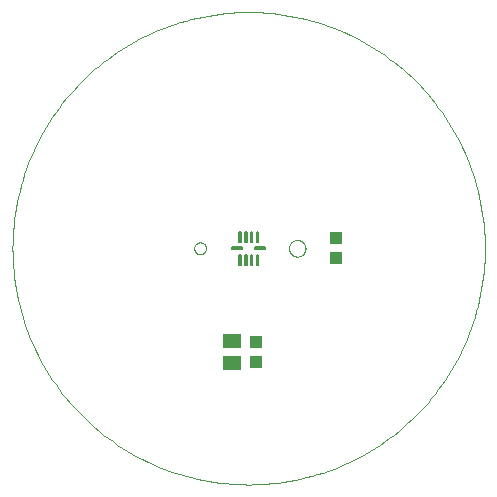
<source format=gtp>
G75*
%MOIN*%
%OFA0B0*%
%FSLAX25Y25*%
%IPPOS*%
%LPD*%
%AMOC8*
5,1,8,0,0,1.08239X$1,22.5*
%
%ADD10C,0.00394*%
%ADD11C,0.00000*%
%ADD12C,0.00591*%
%ADD13R,0.05906X0.05118*%
%ADD14R,0.03937X0.04331*%
%ADD15R,0.04331X0.03937*%
D10*
X0001394Y0080134D02*
X0001418Y0082066D01*
X0001489Y0083998D01*
X0001607Y0085926D01*
X0001773Y0087852D01*
X0001986Y0089773D01*
X0002246Y0091688D01*
X0002553Y0093596D01*
X0002907Y0095495D01*
X0003307Y0097386D01*
X0003754Y0099266D01*
X0004246Y0101135D01*
X0004785Y0102991D01*
X0005368Y0104833D01*
X0005997Y0106661D01*
X0006670Y0108472D01*
X0007388Y0110266D01*
X0008149Y0112043D01*
X0008954Y0113800D01*
X0009802Y0115536D01*
X0010692Y0117252D01*
X0011623Y0118945D01*
X0012596Y0120614D01*
X0013610Y0122260D01*
X0014664Y0123880D01*
X0015757Y0125473D01*
X0016889Y0127039D01*
X0018060Y0128577D01*
X0019267Y0130086D01*
X0020511Y0131565D01*
X0021792Y0133013D01*
X0023107Y0134428D01*
X0024456Y0135812D01*
X0025840Y0137161D01*
X0027255Y0138476D01*
X0028703Y0139757D01*
X0030182Y0141001D01*
X0031691Y0142208D01*
X0033229Y0143379D01*
X0034795Y0144511D01*
X0036388Y0145604D01*
X0038008Y0146658D01*
X0039654Y0147672D01*
X0041323Y0148645D01*
X0043016Y0149576D01*
X0044732Y0150466D01*
X0046468Y0151314D01*
X0048225Y0152119D01*
X0050002Y0152880D01*
X0051796Y0153598D01*
X0053607Y0154271D01*
X0055435Y0154900D01*
X0057277Y0155483D01*
X0059133Y0156022D01*
X0061002Y0156514D01*
X0062882Y0156961D01*
X0064773Y0157361D01*
X0066672Y0157715D01*
X0068580Y0158022D01*
X0070495Y0158282D01*
X0072416Y0158495D01*
X0074342Y0158661D01*
X0076270Y0158779D01*
X0078202Y0158850D01*
X0080134Y0158874D01*
X0082066Y0158850D01*
X0083998Y0158779D01*
X0085926Y0158661D01*
X0087852Y0158495D01*
X0089773Y0158282D01*
X0091688Y0158022D01*
X0093596Y0157715D01*
X0095495Y0157361D01*
X0097386Y0156961D01*
X0099266Y0156514D01*
X0101135Y0156022D01*
X0102991Y0155483D01*
X0104833Y0154900D01*
X0106661Y0154271D01*
X0108472Y0153598D01*
X0110266Y0152880D01*
X0112043Y0152119D01*
X0113800Y0151314D01*
X0115536Y0150466D01*
X0117252Y0149576D01*
X0118945Y0148645D01*
X0120614Y0147672D01*
X0122260Y0146658D01*
X0123880Y0145604D01*
X0125473Y0144511D01*
X0127039Y0143379D01*
X0128577Y0142208D01*
X0130086Y0141001D01*
X0131565Y0139757D01*
X0133013Y0138476D01*
X0134428Y0137161D01*
X0135812Y0135812D01*
X0137161Y0134428D01*
X0138476Y0133013D01*
X0139757Y0131565D01*
X0141001Y0130086D01*
X0142208Y0128577D01*
X0143379Y0127039D01*
X0144511Y0125473D01*
X0145604Y0123880D01*
X0146658Y0122260D01*
X0147672Y0120614D01*
X0148645Y0118945D01*
X0149576Y0117252D01*
X0150466Y0115536D01*
X0151314Y0113800D01*
X0152119Y0112043D01*
X0152880Y0110266D01*
X0153598Y0108472D01*
X0154271Y0106661D01*
X0154900Y0104833D01*
X0155483Y0102991D01*
X0156022Y0101135D01*
X0156514Y0099266D01*
X0156961Y0097386D01*
X0157361Y0095495D01*
X0157715Y0093596D01*
X0158022Y0091688D01*
X0158282Y0089773D01*
X0158495Y0087852D01*
X0158661Y0085926D01*
X0158779Y0083998D01*
X0158850Y0082066D01*
X0158874Y0080134D01*
X0158850Y0078202D01*
X0158779Y0076270D01*
X0158661Y0074342D01*
X0158495Y0072416D01*
X0158282Y0070495D01*
X0158022Y0068580D01*
X0157715Y0066672D01*
X0157361Y0064773D01*
X0156961Y0062882D01*
X0156514Y0061002D01*
X0156022Y0059133D01*
X0155483Y0057277D01*
X0154900Y0055435D01*
X0154271Y0053607D01*
X0153598Y0051796D01*
X0152880Y0050002D01*
X0152119Y0048225D01*
X0151314Y0046468D01*
X0150466Y0044732D01*
X0149576Y0043016D01*
X0148645Y0041323D01*
X0147672Y0039654D01*
X0146658Y0038008D01*
X0145604Y0036388D01*
X0144511Y0034795D01*
X0143379Y0033229D01*
X0142208Y0031691D01*
X0141001Y0030182D01*
X0139757Y0028703D01*
X0138476Y0027255D01*
X0137161Y0025840D01*
X0135812Y0024456D01*
X0134428Y0023107D01*
X0133013Y0021792D01*
X0131565Y0020511D01*
X0130086Y0019267D01*
X0128577Y0018060D01*
X0127039Y0016889D01*
X0125473Y0015757D01*
X0123880Y0014664D01*
X0122260Y0013610D01*
X0120614Y0012596D01*
X0118945Y0011623D01*
X0117252Y0010692D01*
X0115536Y0009802D01*
X0113800Y0008954D01*
X0112043Y0008149D01*
X0110266Y0007388D01*
X0108472Y0006670D01*
X0106661Y0005997D01*
X0104833Y0005368D01*
X0102991Y0004785D01*
X0101135Y0004246D01*
X0099266Y0003754D01*
X0097386Y0003307D01*
X0095495Y0002907D01*
X0093596Y0002553D01*
X0091688Y0002246D01*
X0089773Y0001986D01*
X0087852Y0001773D01*
X0085926Y0001607D01*
X0083998Y0001489D01*
X0082066Y0001418D01*
X0080134Y0001394D01*
X0078202Y0001418D01*
X0076270Y0001489D01*
X0074342Y0001607D01*
X0072416Y0001773D01*
X0070495Y0001986D01*
X0068580Y0002246D01*
X0066672Y0002553D01*
X0064773Y0002907D01*
X0062882Y0003307D01*
X0061002Y0003754D01*
X0059133Y0004246D01*
X0057277Y0004785D01*
X0055435Y0005368D01*
X0053607Y0005997D01*
X0051796Y0006670D01*
X0050002Y0007388D01*
X0048225Y0008149D01*
X0046468Y0008954D01*
X0044732Y0009802D01*
X0043016Y0010692D01*
X0041323Y0011623D01*
X0039654Y0012596D01*
X0038008Y0013610D01*
X0036388Y0014664D01*
X0034795Y0015757D01*
X0033229Y0016889D01*
X0031691Y0018060D01*
X0030182Y0019267D01*
X0028703Y0020511D01*
X0027255Y0021792D01*
X0025840Y0023107D01*
X0024456Y0024456D01*
X0023107Y0025840D01*
X0021792Y0027255D01*
X0020511Y0028703D01*
X0019267Y0030182D01*
X0018060Y0031691D01*
X0016889Y0033229D01*
X0015757Y0034795D01*
X0014664Y0036388D01*
X0013610Y0038008D01*
X0012596Y0039654D01*
X0011623Y0041323D01*
X0010692Y0043016D01*
X0009802Y0044732D01*
X0008954Y0046468D01*
X0008149Y0048225D01*
X0007388Y0050002D01*
X0006670Y0051796D01*
X0005997Y0053607D01*
X0005368Y0055435D01*
X0004785Y0057277D01*
X0004246Y0059133D01*
X0003754Y0061002D01*
X0003307Y0062882D01*
X0002907Y0064773D01*
X0002553Y0066672D01*
X0002246Y0068580D01*
X0001986Y0070495D01*
X0001773Y0072416D01*
X0001607Y0074342D01*
X0001489Y0076270D01*
X0001418Y0078202D01*
X0001394Y0080134D01*
D11*
X0061964Y0080134D02*
X0061966Y0080222D01*
X0061972Y0080310D01*
X0061982Y0080398D01*
X0061996Y0080486D01*
X0062013Y0080572D01*
X0062035Y0080658D01*
X0062060Y0080742D01*
X0062090Y0080826D01*
X0062122Y0080908D01*
X0062159Y0080988D01*
X0062199Y0081067D01*
X0062243Y0081144D01*
X0062290Y0081219D01*
X0062340Y0081291D01*
X0062394Y0081362D01*
X0062450Y0081429D01*
X0062510Y0081495D01*
X0062572Y0081557D01*
X0062638Y0081617D01*
X0062705Y0081673D01*
X0062776Y0081727D01*
X0062848Y0081777D01*
X0062923Y0081824D01*
X0063000Y0081868D01*
X0063079Y0081908D01*
X0063159Y0081945D01*
X0063241Y0081977D01*
X0063325Y0082007D01*
X0063409Y0082032D01*
X0063495Y0082054D01*
X0063581Y0082071D01*
X0063669Y0082085D01*
X0063757Y0082095D01*
X0063845Y0082101D01*
X0063933Y0082103D01*
X0064021Y0082101D01*
X0064109Y0082095D01*
X0064197Y0082085D01*
X0064285Y0082071D01*
X0064371Y0082054D01*
X0064457Y0082032D01*
X0064541Y0082007D01*
X0064625Y0081977D01*
X0064707Y0081945D01*
X0064787Y0081908D01*
X0064866Y0081868D01*
X0064943Y0081824D01*
X0065018Y0081777D01*
X0065090Y0081727D01*
X0065161Y0081673D01*
X0065228Y0081617D01*
X0065294Y0081557D01*
X0065356Y0081495D01*
X0065416Y0081429D01*
X0065472Y0081362D01*
X0065526Y0081291D01*
X0065576Y0081219D01*
X0065623Y0081144D01*
X0065667Y0081067D01*
X0065707Y0080988D01*
X0065744Y0080908D01*
X0065776Y0080826D01*
X0065806Y0080742D01*
X0065831Y0080658D01*
X0065853Y0080572D01*
X0065870Y0080486D01*
X0065884Y0080398D01*
X0065894Y0080310D01*
X0065900Y0080222D01*
X0065902Y0080134D01*
X0065900Y0080046D01*
X0065894Y0079958D01*
X0065884Y0079870D01*
X0065870Y0079782D01*
X0065853Y0079696D01*
X0065831Y0079610D01*
X0065806Y0079526D01*
X0065776Y0079442D01*
X0065744Y0079360D01*
X0065707Y0079280D01*
X0065667Y0079201D01*
X0065623Y0079124D01*
X0065576Y0079049D01*
X0065526Y0078977D01*
X0065472Y0078906D01*
X0065416Y0078839D01*
X0065356Y0078773D01*
X0065294Y0078711D01*
X0065228Y0078651D01*
X0065161Y0078595D01*
X0065090Y0078541D01*
X0065018Y0078491D01*
X0064943Y0078444D01*
X0064866Y0078400D01*
X0064787Y0078360D01*
X0064707Y0078323D01*
X0064625Y0078291D01*
X0064541Y0078261D01*
X0064457Y0078236D01*
X0064371Y0078214D01*
X0064285Y0078197D01*
X0064197Y0078183D01*
X0064109Y0078173D01*
X0064021Y0078167D01*
X0063933Y0078165D01*
X0063845Y0078167D01*
X0063757Y0078173D01*
X0063669Y0078183D01*
X0063581Y0078197D01*
X0063495Y0078214D01*
X0063409Y0078236D01*
X0063325Y0078261D01*
X0063241Y0078291D01*
X0063159Y0078323D01*
X0063079Y0078360D01*
X0063000Y0078400D01*
X0062923Y0078444D01*
X0062848Y0078491D01*
X0062776Y0078541D01*
X0062705Y0078595D01*
X0062638Y0078651D01*
X0062572Y0078711D01*
X0062510Y0078773D01*
X0062450Y0078839D01*
X0062394Y0078906D01*
X0062340Y0078977D01*
X0062290Y0079049D01*
X0062243Y0079124D01*
X0062199Y0079201D01*
X0062159Y0079280D01*
X0062122Y0079360D01*
X0062090Y0079442D01*
X0062060Y0079526D01*
X0062035Y0079610D01*
X0062013Y0079696D01*
X0061996Y0079782D01*
X0061982Y0079870D01*
X0061972Y0079958D01*
X0061966Y0080046D01*
X0061964Y0080134D01*
X0093579Y0080134D02*
X0093581Y0080239D01*
X0093587Y0080344D01*
X0093597Y0080448D01*
X0093611Y0080552D01*
X0093629Y0080656D01*
X0093651Y0080758D01*
X0093676Y0080860D01*
X0093706Y0080961D01*
X0093739Y0081060D01*
X0093776Y0081158D01*
X0093817Y0081255D01*
X0093862Y0081350D01*
X0093910Y0081443D01*
X0093961Y0081535D01*
X0094017Y0081624D01*
X0094075Y0081711D01*
X0094137Y0081796D01*
X0094201Y0081879D01*
X0094269Y0081959D01*
X0094340Y0082036D01*
X0094414Y0082110D01*
X0094491Y0082182D01*
X0094570Y0082251D01*
X0094652Y0082316D01*
X0094736Y0082379D01*
X0094823Y0082438D01*
X0094912Y0082494D01*
X0095003Y0082547D01*
X0095096Y0082596D01*
X0095190Y0082641D01*
X0095286Y0082683D01*
X0095384Y0082721D01*
X0095483Y0082755D01*
X0095584Y0082786D01*
X0095685Y0082812D01*
X0095788Y0082835D01*
X0095891Y0082854D01*
X0095995Y0082869D01*
X0096099Y0082880D01*
X0096204Y0082887D01*
X0096309Y0082890D01*
X0096414Y0082889D01*
X0096519Y0082884D01*
X0096623Y0082875D01*
X0096727Y0082862D01*
X0096831Y0082845D01*
X0096934Y0082824D01*
X0097036Y0082799D01*
X0097137Y0082771D01*
X0097236Y0082738D01*
X0097335Y0082702D01*
X0097432Y0082662D01*
X0097527Y0082619D01*
X0097621Y0082571D01*
X0097713Y0082521D01*
X0097803Y0082467D01*
X0097891Y0082409D01*
X0097976Y0082348D01*
X0098059Y0082284D01*
X0098140Y0082217D01*
X0098218Y0082147D01*
X0098293Y0082073D01*
X0098365Y0081998D01*
X0098435Y0081919D01*
X0098501Y0081838D01*
X0098565Y0081754D01*
X0098625Y0081668D01*
X0098681Y0081580D01*
X0098735Y0081489D01*
X0098785Y0081397D01*
X0098831Y0081303D01*
X0098874Y0081207D01*
X0098913Y0081109D01*
X0098948Y0081011D01*
X0098979Y0080910D01*
X0099007Y0080809D01*
X0099031Y0080707D01*
X0099051Y0080604D01*
X0099067Y0080500D01*
X0099079Y0080396D01*
X0099087Y0080291D01*
X0099091Y0080186D01*
X0099091Y0080082D01*
X0099087Y0079977D01*
X0099079Y0079872D01*
X0099067Y0079768D01*
X0099051Y0079664D01*
X0099031Y0079561D01*
X0099007Y0079459D01*
X0098979Y0079358D01*
X0098948Y0079257D01*
X0098913Y0079159D01*
X0098874Y0079061D01*
X0098831Y0078965D01*
X0098785Y0078871D01*
X0098735Y0078779D01*
X0098681Y0078688D01*
X0098625Y0078600D01*
X0098565Y0078514D01*
X0098501Y0078430D01*
X0098435Y0078349D01*
X0098365Y0078270D01*
X0098293Y0078195D01*
X0098218Y0078121D01*
X0098140Y0078051D01*
X0098059Y0077984D01*
X0097976Y0077920D01*
X0097891Y0077859D01*
X0097803Y0077801D01*
X0097713Y0077747D01*
X0097621Y0077697D01*
X0097527Y0077649D01*
X0097432Y0077606D01*
X0097335Y0077566D01*
X0097236Y0077530D01*
X0097137Y0077497D01*
X0097036Y0077469D01*
X0096934Y0077444D01*
X0096831Y0077423D01*
X0096727Y0077406D01*
X0096623Y0077393D01*
X0096519Y0077384D01*
X0096414Y0077379D01*
X0096309Y0077378D01*
X0096204Y0077381D01*
X0096099Y0077388D01*
X0095995Y0077399D01*
X0095891Y0077414D01*
X0095788Y0077433D01*
X0095685Y0077456D01*
X0095584Y0077482D01*
X0095483Y0077513D01*
X0095384Y0077547D01*
X0095286Y0077585D01*
X0095190Y0077627D01*
X0095096Y0077672D01*
X0095003Y0077721D01*
X0094912Y0077774D01*
X0094823Y0077830D01*
X0094736Y0077889D01*
X0094652Y0077952D01*
X0094570Y0078017D01*
X0094491Y0078086D01*
X0094414Y0078158D01*
X0094340Y0078232D01*
X0094269Y0078309D01*
X0094201Y0078389D01*
X0094137Y0078472D01*
X0094075Y0078557D01*
X0094017Y0078644D01*
X0093961Y0078733D01*
X0093910Y0078825D01*
X0093862Y0078918D01*
X0093817Y0079013D01*
X0093776Y0079110D01*
X0093739Y0079208D01*
X0093706Y0079307D01*
X0093676Y0079408D01*
X0093651Y0079510D01*
X0093629Y0079612D01*
X0093611Y0079716D01*
X0093597Y0079820D01*
X0093587Y0079924D01*
X0093581Y0080029D01*
X0093579Y0080134D01*
D12*
X0082398Y0079839D02*
X0082398Y0080429D01*
X0085744Y0080429D01*
X0085744Y0079839D01*
X0082398Y0079839D01*
X0082398Y0080429D02*
X0085744Y0080429D01*
X0083382Y0085744D02*
X0082792Y0085744D01*
X0083382Y0085744D02*
X0083382Y0082398D01*
X0082792Y0082398D01*
X0082792Y0085744D01*
X0082792Y0082988D02*
X0083382Y0082988D01*
X0083382Y0083578D02*
X0082792Y0083578D01*
X0082792Y0084168D02*
X0083382Y0084168D01*
X0083382Y0084758D02*
X0082792Y0084758D01*
X0082792Y0085348D02*
X0083382Y0085348D01*
X0081413Y0085744D02*
X0080823Y0085744D01*
X0081413Y0085744D02*
X0081413Y0082398D01*
X0080823Y0082398D01*
X0080823Y0085744D01*
X0080823Y0082988D02*
X0081413Y0082988D01*
X0081413Y0083578D02*
X0080823Y0083578D01*
X0080823Y0084168D02*
X0081413Y0084168D01*
X0081413Y0084758D02*
X0080823Y0084758D01*
X0080823Y0085348D02*
X0081413Y0085348D01*
X0079445Y0085744D02*
X0078855Y0085744D01*
X0079445Y0085744D02*
X0079445Y0082398D01*
X0078855Y0082398D01*
X0078855Y0085744D01*
X0078855Y0082988D02*
X0079445Y0082988D01*
X0079445Y0083578D02*
X0078855Y0083578D01*
X0078855Y0084168D02*
X0079445Y0084168D01*
X0079445Y0084758D02*
X0078855Y0084758D01*
X0078855Y0085348D02*
X0079445Y0085348D01*
X0077476Y0085744D02*
X0076886Y0085744D01*
X0077476Y0085744D02*
X0077476Y0082398D01*
X0076886Y0082398D01*
X0076886Y0085744D01*
X0076886Y0082988D02*
X0077476Y0082988D01*
X0077476Y0083578D02*
X0076886Y0083578D01*
X0076886Y0084168D02*
X0077476Y0084168D01*
X0077476Y0084758D02*
X0076886Y0084758D01*
X0076886Y0085348D02*
X0077476Y0085348D01*
X0074524Y0080429D02*
X0074524Y0079839D01*
X0074524Y0080429D02*
X0077870Y0080429D01*
X0077870Y0079839D01*
X0074524Y0079839D01*
X0074524Y0080429D02*
X0077870Y0080429D01*
X0077476Y0077870D02*
X0076886Y0077870D01*
X0077476Y0077870D02*
X0077476Y0074524D01*
X0076886Y0074524D01*
X0076886Y0077870D01*
X0076886Y0075114D02*
X0077476Y0075114D01*
X0077476Y0075704D02*
X0076886Y0075704D01*
X0076886Y0076294D02*
X0077476Y0076294D01*
X0077476Y0076884D02*
X0076886Y0076884D01*
X0076886Y0077474D02*
X0077476Y0077474D01*
X0078855Y0077870D02*
X0079445Y0077870D01*
X0079445Y0074524D01*
X0078855Y0074524D01*
X0078855Y0077870D01*
X0078855Y0075114D02*
X0079445Y0075114D01*
X0079445Y0075704D02*
X0078855Y0075704D01*
X0078855Y0076294D02*
X0079445Y0076294D01*
X0079445Y0076884D02*
X0078855Y0076884D01*
X0078855Y0077474D02*
X0079445Y0077474D01*
X0080823Y0077870D02*
X0081413Y0077870D01*
X0081413Y0074524D01*
X0080823Y0074524D01*
X0080823Y0077870D01*
X0080823Y0075114D02*
X0081413Y0075114D01*
X0081413Y0075704D02*
X0080823Y0075704D01*
X0080823Y0076294D02*
X0081413Y0076294D01*
X0081413Y0076884D02*
X0080823Y0076884D01*
X0080823Y0077474D02*
X0081413Y0077474D01*
X0082792Y0077870D02*
X0083382Y0077870D01*
X0083382Y0074524D01*
X0082792Y0074524D01*
X0082792Y0077870D01*
X0082792Y0075114D02*
X0083382Y0075114D01*
X0083382Y0075704D02*
X0082792Y0075704D01*
X0082792Y0076294D02*
X0083382Y0076294D01*
X0083382Y0076884D02*
X0082792Y0076884D01*
X0082792Y0077474D02*
X0083382Y0077474D01*
D13*
X0074622Y0041748D03*
X0074622Y0049228D03*
D14*
X0082496Y0048835D03*
X0082496Y0042142D03*
D15*
X0109268Y0076787D03*
X0109268Y0083480D03*
M02*

</source>
